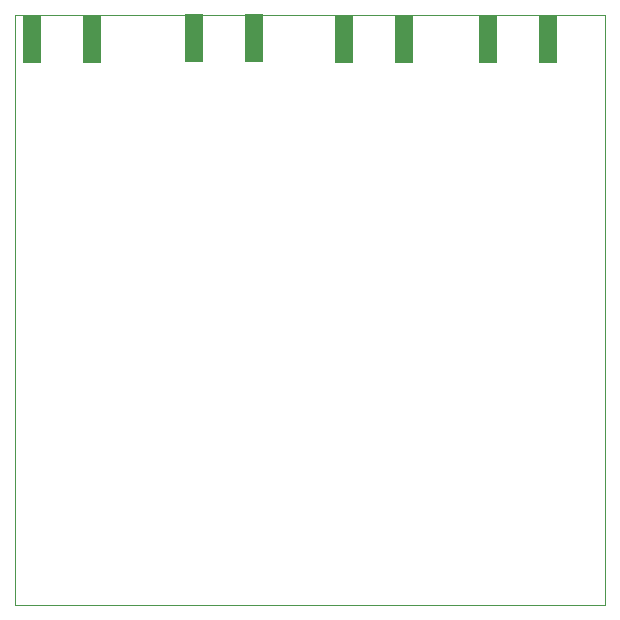
<source format=gbp>
G75*
%MOIN*%
%OFA0B0*%
%FSLAX25Y25*%
%IPPOS*%
%LPD*%
%AMOC8*
5,1,8,0,0,1.08239X$1,22.5*
%
%ADD10C,0.00000*%
%ADD11R,0.06000X0.16000*%
D10*
X0002386Y0002294D02*
X0002386Y0199144D01*
X0199236Y0199144D01*
X0199236Y0002294D01*
X0002386Y0002294D01*
D11*
X0008173Y0191034D03*
X0028173Y0191034D03*
X0062071Y0191310D03*
X0082071Y0191310D03*
X0112268Y0191113D03*
X0132268Y0191113D03*
X0159985Y0191113D03*
X0179985Y0191113D03*
M02*

</source>
